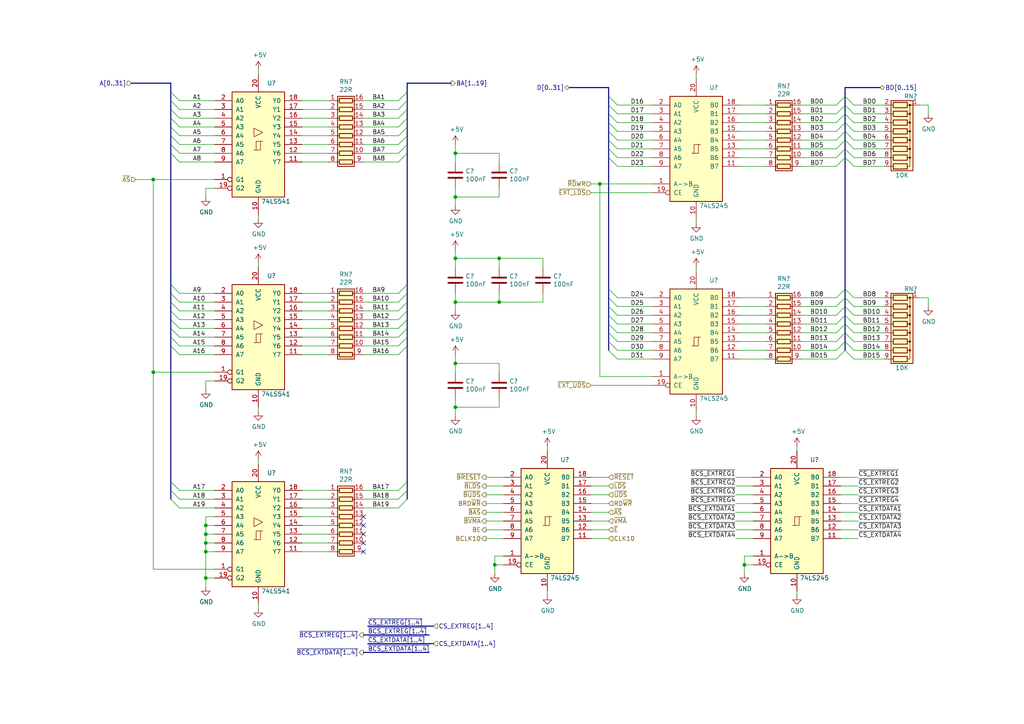
<source format=kicad_sch>
(kicad_sch (version 20211123) (generator eeschema)
  (paper "A4")
  (lib_symbols
    (symbol "74xx:74LS245" (pin_names (offset 1.016))
      (property "Reference" "U" (at -7.62 16.51 0))
      (property "Value" "74LS245" (at -7.62 -16.51 0))
      (symbol "74LS245_1_0"
        (polyline (pts (xy -0.635 -1.27) (xy -0.635 1.27) (xy 0.635 1.27)))
        (polyline (pts (xy -1.27 -1.27) (xy 0.635 -1.27) (xy 0.635 1.27) (xy 1.27 1.27)))
        (pin input line (at -12.7 -10.16 0) (length 5.08) (name "A->B") (number "1"))
        (pin power_in line (at 0 -20.32 90) (length 5.08) (name "GND") (number "10"))
        (pin tri_state line (at 12.7 -5.08 180) (length 5.08) (name "B7") (number "11"))
        (pin tri_state line (at 12.7 -2.54 180) (length 5.08) (name "B6") (number "12"))
        (pin tri_state line (at 12.7 0 180) (length 5.08) (name "B5") (number "13"))
        (pin tri_state line (at 12.7 2.54 180) (length 5.08) (name "B4") (number "14"))
        (pin tri_state line (at 12.7 5.08 180) (length 5.08) (name "B3") (number "15"))
        (pin tri_state line (at 12.7 7.62 180) (length 5.08) (name "B2") (number "16"))
        (pin tri_state line (at 12.7 10.16 180) (length 5.08) (name "B1") (number "17"))
        (pin tri_state line (at 12.7 12.7 180) (length 5.08) (name "B0") (number "18"))
        (pin input inverted (at -12.7 -12.7 0) (length 5.08) (name "CE") (number "19"))
        (pin tri_state line (at -12.7 12.7 0) (length 5.08) (name "A0") (number "2"))
        (pin power_in line (at 0 20.32 270) (length 5.08) (name "VCC") (number "20"))
        (pin tri_state line (at -12.7 10.16 0) (length 5.08) (name "A1") (number "3"))
        (pin tri_state line (at -12.7 7.62 0) (length 5.08) (name "A2") (number "4"))
        (pin tri_state line (at -12.7 5.08 0) (length 5.08) (name "A3") (number "5"))
        (pin tri_state line (at -12.7 2.54 0) (length 5.08) (name "A4") (number "6"))
        (pin tri_state line (at -12.7 0 0) (length 5.08) (name "A5") (number "7"))
        (pin tri_state line (at -12.7 -2.54 0) (length 5.08) (name "A6") (number "8"))
        (pin tri_state line (at -12.7 -5.08 0) (length 5.08) (name "A7") (number "9"))
      )
      (symbol "74LS245_1_1"
        (rectangle (start -7.62 15.24) (end 7.62 -15.24) (stroke (width 0.254)) (fill (type background)))
      )
    )
    (symbol "74xx:74LS541" (pin_names (offset 1.016))
      (property "Reference" "U" (at -7.62 16.51 0))
      (property "Value" "74LS541" (at -7.62 -16.51 0))
      (symbol "74LS541_1_0"
        (polyline (pts (xy -0.635 -1.6002) (xy -0.635 0.9398) (xy 0.635 0.9398)))
        (polyline (pts (xy -1.27 -1.6002) (xy 0.635 -1.6002) (xy 0.635 0.9398) (xy 1.27 0.9398)))
        (polyline (pts (xy 1.27 3.4798) (xy -1.27 4.7498) (xy -1.27 2.2098) (xy 1.27 3.4798)) (stroke (width 0.1524)))
        (pin input inverted (at -12.7 -10.16 0) (length 5.08) (name "G1") (number "1"))
        (pin power_in line (at 0 -20.32 90) (length 5.08) (name "GND") (number "10"))
        (pin tri_state line (at 12.7 -5.08 180) (length 5.08) (name "Y7") (number "11"))
        (pin tri_state line (at 12.7 -2.54 180) (length 5.08) (name "Y6") (number "12"))
        (pin tri_state line (at 12.7 0 180) (length 5.08) (name "Y5") (number "13"))
        (pin tri_state line (at 12.7 2.54 180) (length 5.08) (name "Y4") (number "14"))
        (pin tri_state line (at 12.7 5.08 180) (length 5.08) (name "Y3") (number "15"))
        (pin tri_state line (at 12.7 7.62 180) (length 5.08) (name "Y2") (number "16"))
        (pin tri_state line (at 12.7 10.16 180) (length 5.08) (name "Y1") (number "17"))
        (pin tri_state line (at 12.7 12.7 180) (length 5.08) (name "Y0") (number "18"))
        (pin input inverted (at -12.7 -12.7 0) (length 5.08) (name "G2") (number "19"))
        (pin input line (at -12.7 12.7 0) (length 5.08) (name "A0") (number "2"))
        (pin power_in line (at 0 20.32 270) (length 5.08) (name "VCC") (number "20"))
        (pin input line (at -12.7 10.16 0) (length 5.08) (name "A1") (number "3"))
        (pin input line (at -12.7 7.62 0) (length 5.08) (name "A2") (number "4"))
        (pin input line (at -12.7 5.08 0) (length 5.08) (name "A3") (number "5"))
        (pin input line (at -12.7 2.54 0) (length 5.08) (name "A4") (number "6"))
        (pin input line (at -12.7 0 0) (length 5.08) (name "A5") (number "7"))
        (pin input line (at -12.7 -2.54 0) (length 5.08) (name "A6") (number "8"))
        (pin input line (at -12.7 -5.08 0) (length 5.08) (name "A7") (number "9"))
      )
      (symbol "74LS541_1_1"
        (rectangle (start -7.62 15.24) (end 7.62 -15.24) (stroke (width 0.254)) (fill (type background)))
      )
    )
    (symbol "Device:C" (pin_numbers hide) (pin_names (offset 0.254))
      (property "Reference" "C" (at 0.635 2.54 0))
      (property "Value" "C" (at 0.635 -2.54 0))
      (symbol "C_0_1"
        (polyline (pts (xy -2.032 -0.762) (xy 2.032 -0.762)) (stroke (width 0.508)))
        (polyline (pts (xy -2.032 0.762) (xy 2.032 0.762)) (stroke (width 0.508)))
      )
      (symbol "C_1_1"
        (pin passive line (at 0 3.81 270) (length 2.794) (name "~") (number "1"))
        (pin passive line (at 0 -3.81 90) (length 2.794) (name "~") (number "2"))
      )
    )
    (symbol "Device:R_Network08" (pin_names (offset 0) hide)
      (property "Reference" "RN" (at -12.7 0 90))
      (property "Value" "R_Network08" (at 10.16 0 90))
      (symbol "R_Network08_0_1"
        (rectangle (start -11.43 -3.175) (end 8.89 3.175) (stroke (width 0.254)) (fill (type background)))
        (rectangle (start -10.922 1.524) (end -9.398 -2.54) (stroke (width 0.254)))
        (circle (center -10.16 2.286) (radius 0.254) (fill (type outline)))
        (rectangle (start -8.382 1.524) (end -6.858 -2.54) (stroke (width 0.254)))
        (circle (center -7.62 2.286) (radius 0.254) (fill (type outline)))
        (rectangle (start -5.842 1.524) (end -4.318 -2.54) (stroke (width 0.254)))
        (circle (center -5.08 2.286) (radius 0.254) (fill (type outline)))
        (rectangle (start -3.302 1.524) (end -1.778 -2.54) (stroke (width 0.254)))
        (circle (center -2.54 2.286) (radius 0.254) (fill (type outline)))
        (rectangle (start -0.762 1.524) (end 0.762 -2.54) (stroke (width 0.254)))
        (polyline (pts (xy -10.16 -2.54) (xy -10.16 -3.81)))
        (polyline (pts (xy -7.62 -2.54) (xy -7.62 -3.81)))
        (polyline (pts (xy -5.08 -2.54) (xy -5.08 -3.81)))
        (polyline (pts (xy -2.54 -2.54) (xy -2.54 -3.81)))
        (polyline (pts (xy 0 -2.54) (xy 0 -3.81)))
        (polyline (pts (xy 2.54 -2.54) (xy 2.54 -3.81)))
        (polyline (pts (xy 5.08 -2.54) (xy 5.08 -3.81)))
        (polyline (pts (xy 7.62 -2.54) (xy 7.62 -3.81)))
        (polyline (pts (xy -10.16 1.524) (xy -10.16 2.286) (xy -7.62 2.286) (xy -7.62 1.524)))
        (polyline (pts (xy -7.62 1.524) (xy -7.62 2.286) (xy -5.08 2.286) (xy -5.08 1.524)))
        (polyline (pts (xy -5.08 1.524) (xy -5.08 2.286) (xy -2.54 2.286) (xy -2.54 1.524)))
        (polyline (pts (xy -2.54 1.524) (xy -2.54 2.286) (xy 0 2.286) (xy 0 1.524)))
        (polyline (pts (xy 0 1.524) (xy 0 2.286) (xy 2.54 2.286) (xy 2.54 1.524)))
        (polyline (pts (xy 2.54 1.524) (xy 2.54 2.286) (xy 5.08 2.286) (xy 5.08 1.524)))
        (polyline (pts (xy 5.08 1.524) (xy 5.08 2.286) (xy 7.62 2.286) (xy 7.62 1.524)))
        (circle (center 0 2.286) (radius 0.254) (fill (type outline)))
        (rectangle (start 1.778 1.524) (end 3.302 -2.54) (stroke (width 0.254)))
        (circle (center 2.54 2.286) (radius 0.254) (fill (type outline)))
        (rectangle (start 4.318 1.524) (end 5.842 -2.54) (stroke (width 0.254)))
        (circle (center 5.08 2.286) (radius 0.254) (fill (type outline)))
        (rectangle (start 6.858 1.524) (end 8.382 -2.54) (stroke (width 0.254)))
      )
      (symbol "R_Network08_1_1"
        (pin passive line (at -10.16 5.08 270) (length 2.54) (name "common") (number "1"))
        (pin passive line (at -10.16 -5.08 90) (length 1.27) (name "R1") (number "2"))
        (pin passive line (at -7.62 -5.08 90) (length 1.27) (name "R2") (number "3"))
        (pin passive line (at -5.08 -5.08 90) (length 1.27) (name "R3") (number "4"))
        (pin passive line (at -2.54 -5.08 90) (length 1.27) (name "R4") (number "5"))
        (pin passive line (at 0 -5.08 90) (length 1.27) (name "R5") (number "6"))
        (pin passive line (at 2.54 -5.08 90) (length 1.27) (name "R6") (number "7"))
        (pin passive line (at 5.08 -5.08 90) (length 1.27) (name "R7") (number "8"))
        (pin passive line (at 7.62 -5.08 90) (length 1.27) (name "R8") (number "9"))
      )
    )
    (symbol "Device:R_Pack08" (pin_names (offset 0) hide)
      (property "Reference" "RN" (at -12.7 0 90))
      (property "Value" "R_Pack08" (at 10.16 0 90))
      (symbol "R_Pack08_0_1"
        (rectangle (start -11.43 -2.413) (end 8.89 2.413) (stroke (width 0.254)) (fill (type background)))
        (rectangle (start -10.795 1.905) (end -9.525 -1.905) (stroke (width 0.254)))
        (rectangle (start -8.255 1.905) (end -6.985 -1.905) (stroke (width 0.254)))
        (rectangle (start -5.715 1.905) (end -4.445 -1.905) (stroke (width 0.254)))
        (rectangle (start -3.175 1.905) (end -1.905 -1.905) (stroke (width 0.254)))
        (rectangle (start -0.635 1.905) (end 0.635 -1.905) (stroke (width 0.254)))
        (polyline (pts (xy -10.16 -2.54) (xy -10.16 -1.905)))
        (polyline (pts (xy -10.16 1.905) (xy -10.16 2.54)))
        (polyline (pts (xy -7.62 -2.54) (xy -7.62 -1.905)))
        (polyline (pts (xy -7.62 1.905) (xy -7.62 2.54)))
        (polyline (pts (xy -5.08 -2.54) (xy -5.08 -1.905)))
        (polyline (pts (xy -5.08 1.905) (xy -5.08 2.54)))
        (polyline (pts (xy -2.54 -2.54) (xy -2.54 -1.905)))
        (polyline (pts (xy -2.54 1.905) (xy -2.54 2.54)))
        (polyline (pts (xy 0 -2.54) (xy 0 -1.905)))
        (polyline (pts (xy 0 1.905) (xy 0 2.54)))
        (polyline (pts (xy 2.54 -2.54) (xy 2.54 -1.905)))
        (polyline (pts (xy 2.54 1.905) (xy 2.54 2.54)))
        (polyline (pts (xy 5.08 -2.54) (xy 5.08 -1.905)))
        (polyline (pts (xy 5.08 1.905) (xy 5.08 2.54)))
        (polyline (pts (xy 7.62 -2.54) (xy 7.62 -1.905)))
        (polyline (pts (xy 7.62 1.905) (xy 7.62 2.54)))
        (rectangle (start 1.905 1.905) (end 3.175 -1.905) (stroke (width 0.254)))
        (rectangle (start 4.445 1.905) (end 5.715 -1.905) (stroke (width 0.254)))
        (rectangle (start 6.985 1.905) (end 8.255 -1.905) (stroke (width 0.254)))
      )
      (symbol "R_Pack08_1_1"
        (pin passive line (at -10.16 -5.08 90) (length 2.54) (name "R1.1") (number "1"))
        (pin passive line (at 5.08 5.08 270) (length 2.54) (name "R7.2") (number "10"))
        (pin passive line (at 2.54 5.08 270) (length 2.54) (name "R6.2") (number "11"))
        (pin passive line (at 0 5.08 270) (length 2.54) (name "R5.2") (number "12"))
        (pin passive line (at -2.54 5.08 270) (length 2.54) (name "R4.2") (number "13"))
        (pin passive line (at -5.08 5.08 270) (length 2.54) (name "R3.2") (number "14"))
        (pin passive line (at -7.62 5.08 270) (length 2.54) (name "R2.2") (number "15"))
        (pin passive line (at -10.16 5.08 270) (length 2.54) (name "R1.2") (number "16"))
        (pin passive line (at -7.62 -5.08 90) (length 2.54) (name "R2.1") (number "2"))
        (pin passive line (at -5.08 -5.08 90) (length 2.54) (name "R3.1") (number "3"))
        (pin passive line (at -2.54 -5.08 90) (length 2.54) (name "R4.1") (number "4"))
        (pin passive line (at 0 -5.08 90) (length 2.54) (name "R5.1") (number "5"))
        (pin passive line (at 2.54 -5.08 90) (length 2.54) (name "R6.1") (number "6"))
        (pin passive line (at 5.08 -5.08 90) (length 2.54) (name "R7.1") (number "7"))
        (pin passive line (at 7.62 -5.08 90) (length 2.54) (name "R8.1") (number "8"))
        (pin passive line (at 7.62 5.08 270) (length 2.54) (name "R8.2") (number "9"))
      )
    )
    (symbol "power:+5V" (power) (pin_names (offset 0))
      (property "Value" "+5V" (at 0 3.556 0))
      (symbol "+5V_0_1"
        (polyline (pts (xy -0.762 1.27) (xy 0 2.54)))
        (polyline (pts (xy 0 0) (xy 0 2.54)))
        (polyline (pts (xy 0 2.54) (xy 0.762 1.27)))
      )
      (symbol "+5V_1_1"
        (pin power_in line (at 0 0 90) (length 0) hide (name "+5V") (number "1"))
      )
    )
    (symbol "power:GND" (power) (pin_names (offset 0))
      (property "Value" "GND" (at 0 -3.81 0))
      (symbol "GND_0_1"
        (polyline (pts (xy 0 0) (xy 0 -1.27) (xy 1.27 -1.27) (xy 0 -2.54) (xy -1.27 -1.27) (xy 0 -1.27)))
      )
      (symbol "GND_1_1"
        (pin power_in line (at 0 0 270) (length 0) hide (name "GND") (number "1"))
      )
    )
  )
  (junction (at 173.99 53.34))
  (junction (at 144.78 74.93))
  (junction (at 132.08 105.41))
  (junction (at 143.51 163.83))
  (junction (at 144.78 87.63))
  (junction (at 132.08 57.15))
  (junction (at 132.08 44.45))
  (junction (at 59.69 152.4))
  (junction (at 132.08 118.11))
  (junction (at 215.9 163.83))
  (junction (at 44.45 52.07))
  (junction (at 59.69 154.94))
  (junction (at 59.69 167.64))
  (junction (at 59.69 160.02))
  (junction (at 59.69 157.48))
  (junction (at 44.45 107.95))
  (junction (at 132.08 87.63))
  (junction (at 132.08 74.93))
  (no_connect (at 105.41 154.94))
  (no_connect (at 105.41 149.86))
  (no_connect (at 105.41 160.02))
  (no_connect (at 105.41 157.48))
  (no_connect (at 105.41 152.4))
  (bus_entry (at 49.53 87.63) (size 2.54 2.54))
  (bus_entry (at 115.57 100.33) (size 2.54 -2.54))
  (bus_entry (at 242.57 38.1) (size 2.54 -2.54))
  (bus_entry (at 49.53 144.78) (size 2.54 2.54))
  (bus_entry (at 242.57 96.52) (size 2.54 -2.54))
  (bus_entry (at 49.53 26.67) (size 2.54 2.54))
  (bus_entry (at 242.57 35.56) (size 2.54 -2.54))
  (bus_entry (at 245.11 83.82) (size 2.54 2.54))
  (bus_entry (at 49.53 97.79) (size 2.54 2.54))
  (bus_entry (at 115.57 46.99) (size 2.54 -2.54))
  (bus_entry (at 245.11 86.36) (size 2.54 2.54))
  (bus_entry (at 176.53 38.1) (size 2.54 2.54))
  (bus_entry (at 245.11 91.44) (size 2.54 2.54))
  (bus_entry (at 176.53 93.98) (size 2.54 2.54))
  (bus_entry (at 49.53 95.25) (size 2.54 2.54))
  (bus_entry (at 245.11 27.94) (size 2.54 2.54))
  (bus_entry (at 176.53 30.48) (size 2.54 2.54))
  (bus_entry (at 115.57 34.29) (size 2.54 -2.54))
  (bus_entry (at 242.57 33.02) (size 2.54 -2.54))
  (bus_entry (at 49.53 142.24) (size 2.54 2.54))
  (bus_entry (at 242.57 101.6) (size 2.54 -2.54))
  (bus_entry (at 242.57 45.72) (size 2.54 -2.54))
  (bus_entry (at 176.53 45.72) (size 2.54 2.54))
  (bus_entry (at 242.57 104.14) (size 2.54 -2.54))
  (bus_entry (at 245.11 101.6) (size 2.54 2.54))
  (bus_entry (at 176.53 96.52) (size 2.54 2.54))
  (bus_entry (at 49.53 100.33) (size 2.54 2.54))
  (bus_entry (at 49.53 36.83) (size 2.54 2.54))
  (bus_entry (at 245.11 40.64) (size 2.54 2.54))
  (bus_entry (at 245.11 30.48) (size 2.54 2.54))
  (bus_entry (at 49.53 41.91) (size 2.54 2.54))
  (bus_entry (at 176.53 27.94) (size 2.54 2.54))
  (bus_entry (at 115.57 29.21) (size 2.54 -2.54))
  (bus_entry (at 242.57 88.9) (size 2.54 -2.54))
  (bus_entry (at 176.53 33.02) (size 2.54 2.54))
  (bus_entry (at 245.11 96.52) (size 2.54 2.54))
  (bus_entry (at 115.57 90.17) (size 2.54 -2.54))
  (bus_entry (at 176.53 35.56) (size 2.54 2.54))
  (bus_entry (at 115.57 44.45) (size 2.54 -2.54))
  (bus_entry (at 242.57 91.44) (size 2.54 -2.54))
  (bus_entry (at 49.53 139.7) (size 2.54 2.54))
  (bus_entry (at 49.53 44.45) (size 2.54 2.54))
  (bus_entry (at 115.57 147.32) (size 2.54 -2.54))
  (bus_entry (at 49.53 82.55) (size 2.54 2.54))
  (bus_entry (at 176.53 88.9) (size 2.54 2.54))
  (bus_entry (at 115.57 92.71) (size 2.54 -2.54))
  (bus_entry (at 242.57 43.18) (size 2.54 -2.54))
  (bus_entry (at 242.57 86.36) (size 2.54 -2.54))
  (bus_entry (at 176.53 40.64) (size 2.54 2.54))
  (bus_entry (at 242.57 99.06) (size 2.54 -2.54))
  (bus_entry (at 176.53 99.06) (size 2.54 2.54))
  (bus_entry (at 176.53 91.44) (size 2.54 2.54))
  (bus_entry (at 245.11 35.56) (size 2.54 2.54))
  (bus_entry (at 245.11 33.02) (size 2.54 2.54))
  (bus_entry (at 176.53 43.18) (size 2.54 2.54))
  (bus_entry (at 245.11 88.9) (size 2.54 2.54))
  (bus_entry (at 115.57 41.91) (size 2.54 -2.54))
  (bus_entry (at 245.11 43.18) (size 2.54 2.54))
  (bus_entry (at 245.11 38.1) (size 2.54 2.54))
  (bus_entry (at 176.53 101.6) (size 2.54 2.54))
  (bus_entry (at 242.57 48.26) (size 2.54 -2.54))
  (bus_entry (at 115.57 31.75) (size 2.54 -2.54))
  (bus_entry (at 49.53 39.37) (size 2.54 2.54))
  (bus_entry (at 242.57 93.98) (size 2.54 -2.54))
  (bus_entry (at 49.53 85.09) (size 2.54 2.54))
  (bus_entry (at 49.53 29.21) (size 2.54 2.54))
  (bus_entry (at 245.11 99.06) (size 2.54 2.54))
  (bus_entry (at 115.57 95.25) (size 2.54 -2.54))
  (bus_entry (at 49.53 34.29) (size 2.54 2.54))
  (bus_entry (at 49.53 31.75) (size 2.54 2.54))
  (bus_entry (at 115.57 142.24) (size 2.54 -2.54))
  (bus_entry (at 115.57 102.87) (size 2.54 -2.54))
  (bus_entry (at 245.11 45.72) (size 2.54 2.54))
  (bus_entry (at 176.53 86.36) (size 2.54 2.54))
  (bus_entry (at 115.57 39.37) (size 2.54 -2.54))
  (bus_entry (at 242.57 30.48) (size 2.54 -2.54))
  (bus_entry (at 242.57 40.64) (size 2.54 -2.54))
  (bus_entry (at 49.53 92.71) (size 2.54 2.54))
  (bus_entry (at 115.57 87.63) (size 2.54 -2.54))
  (bus_entry (at 115.57 144.78) (size 2.54 -2.54))
  (bus_entry (at 115.57 85.09) (size 2.54 -2.54))
  (bus_entry (at 245.11 93.98) (size 2.54 2.54))
  (bus_entry (at 115.57 36.83) (size 2.54 -2.54))
  (bus_entry (at 115.57 97.79) (size 2.54 -2.54))
  (bus_entry (at 49.53 90.17) (size 2.54 2.54))
  (bus_entry (at 176.53 83.82) (size 2.54 2.54))
  (wire (pts (xy 214.63 30.48) (xy 222.25 30.48)))
  (wire (pts (xy 214.63 99.06) (xy 222.25 99.06)))
  (wire (pts (xy 171.45 55.88) (xy 189.23 55.88)))
  (wire (pts (xy 132.08 46.99) (xy 132.08 44.45)))
  (wire (pts (xy 144.78 118.11) (xy 144.78 115.57)))
  (wire (pts (xy 62.23 160.02) (xy 59.69 160.02)))
  (wire (pts (xy 179.07 48.26) (xy 189.23 48.26)))
  (bus (pts (xy 49.53 34.29) (xy 49.53 36.83)))
  (bus (pts (xy 245.11 30.48) (xy 245.11 33.02)))
  (bus (pts (xy 176.53 96.52) (xy 176.53 99.06)))
  (wire (pts (xy 44.45 107.95) (xy 44.45 165.1)))
  (wire (pts (xy 214.63 101.6) (xy 222.25 101.6)))
  (bus (pts (xy 49.53 142.24) (xy 49.53 144.78)))
  (wire (pts (xy 132.08 107.95) (xy 132.08 105.41)))
  (bus (pts (xy 118.11 29.21) (xy 118.11 31.75)))
  (wire (pts (xy 87.63 160.02) (xy 95.25 160.02)))
  (wire (pts (xy 232.41 33.02) (xy 242.57 33.02)))
  (bus (pts (xy 245.11 40.64) (xy 245.11 43.18)))
  (wire (pts (xy 247.65 48.26) (xy 256.54 48.26)))
  (wire (pts (xy 144.78 105.41) (xy 144.78 107.95)))
  (wire (pts (xy 247.65 33.02) (xy 256.54 33.02)))
  (bus (pts (xy 245.11 88.9) (xy 245.11 91.44)))
  (wire (pts (xy 62.23 157.48) (xy 59.69 157.48)))
  (wire (pts (xy 87.63 44.45) (xy 95.25 44.45)))
  (bus (pts (xy 49.53 36.83) (xy 49.53 39.37)))
  (wire (pts (xy 87.63 39.37) (xy 95.25 39.37)))
  (bus (pts (xy 245.11 91.44) (xy 245.11 93.98)))
  (wire (pts (xy 105.41 34.29) (xy 115.57 34.29)))
  (wire (pts (xy 105.41 95.25) (xy 115.57 95.25)))
  (wire (pts (xy 232.41 101.6) (xy 242.57 101.6)))
  (wire (pts (xy 59.69 154.94) (xy 59.69 157.48)))
  (wire (pts (xy 144.78 74.93) (xy 157.48 74.93)))
  (wire (pts (xy 59.69 160.02) (xy 59.69 167.64)))
  (bus (pts (xy 176.53 45.72) (xy 176.53 83.82)))
  (wire (pts (xy 146.05 138.43) (xy 140.97 138.43)))
  (wire (pts (xy 105.41 36.83) (xy 115.57 36.83)))
  (wire (pts (xy 201.93 77.47) (xy 201.93 78.74)))
  (bus (pts (xy 245.11 86.36) (xy 245.11 88.9)))
  (wire (pts (xy 214.63 45.72) (xy 222.25 45.72)))
  (wire (pts (xy 179.07 91.44) (xy 189.23 91.44)))
  (wire (pts (xy 218.44 146.05) (xy 213.36 146.05)))
  (wire (pts (xy 179.07 33.02) (xy 189.23 33.02)))
  (wire (pts (xy 157.48 85.09) (xy 157.48 87.63)))
  (wire (pts (xy 232.41 35.56) (xy 242.57 35.56)))
  (wire (pts (xy 214.63 104.14) (xy 222.25 104.14)))
  (wire (pts (xy 105.41 41.91) (xy 115.57 41.91)))
  (bus (pts (xy 245.11 96.52) (xy 245.11 99.06)))
  (bus (pts (xy 176.53 86.36) (xy 176.53 88.9)))
  (wire (pts (xy 146.05 140.97) (xy 140.97 140.97)))
  (bus (pts (xy 49.53 87.63) (xy 49.53 90.17)))
  (wire (pts (xy 87.63 154.94) (xy 95.25 154.94)))
  (wire (pts (xy 105.41 142.24) (xy 115.57 142.24)))
  (bus (pts (xy 245.11 43.18) (xy 245.11 45.72)))
  (wire (pts (xy 52.07 102.87) (xy 62.23 102.87)))
  (wire (pts (xy 132.08 74.93) (xy 132.08 72.39)))
  (wire (pts (xy 146.05 163.83) (xy 143.51 163.83)))
  (wire (pts (xy 171.45 140.97) (xy 176.53 140.97)))
  (wire (pts (xy 179.07 30.48) (xy 189.23 30.48)))
  (wire (pts (xy 215.9 163.83) (xy 215.9 166.37)))
  (wire (pts (xy 132.08 44.45) (xy 132.08 41.91)))
  (wire (pts (xy 179.07 45.72) (xy 189.23 45.72)))
  (bus (pts (xy 245.11 83.82) (xy 245.11 86.36)))
  (wire (pts (xy 232.41 88.9) (xy 242.57 88.9)))
  (wire (pts (xy 44.45 165.1) (xy 62.23 165.1)))
  (wire (pts (xy 214.63 88.9) (xy 222.25 88.9)))
  (wire (pts (xy 59.69 167.64) (xy 59.69 170.18)))
  (wire (pts (xy 214.63 33.02) (xy 222.25 33.02)))
  (wire (pts (xy 247.65 86.36) (xy 256.54 86.36)))
  (bus (pts (xy 118.11 100.33) (xy 118.11 139.7)))
  (wire (pts (xy 232.41 91.44) (xy 242.57 91.44)))
  (wire (pts (xy 87.63 34.29) (xy 95.25 34.29)))
  (wire (pts (xy 243.84 138.43) (xy 248.92 138.43)))
  (bus (pts (xy 49.53 44.45) (xy 49.53 82.55)))
  (bus (pts (xy 245.11 93.98) (xy 245.11 96.52)))
  (wire (pts (xy 105.41 92.71) (xy 115.57 92.71)))
  (wire (pts (xy 132.08 57.15) (xy 144.78 57.15)))
  (wire (pts (xy 62.23 52.07) (xy 44.45 52.07)))
  (wire (pts (xy 247.65 40.64) (xy 256.54 40.64)))
  (wire (pts (xy 132.08 57.15) (xy 132.08 54.61)))
  (wire (pts (xy 218.44 156.21) (xy 213.36 156.21)))
  (wire (pts (xy 218.44 153.67) (xy 213.36 153.67)))
  (wire (pts (xy 146.05 143.51) (xy 140.97 143.51)))
  (wire (pts (xy 243.84 143.51) (xy 248.92 143.51)))
  (wire (pts (xy 52.07 95.25) (xy 62.23 95.25)))
  (wire (pts (xy 74.93 134.62) (xy 74.93 133.35)))
  (wire (pts (xy 59.69 152.4) (xy 59.69 154.94)))
  (wire (pts (xy 232.41 38.1) (xy 242.57 38.1)))
  (bus (pts (xy 118.11 82.55) (xy 118.11 85.09)))
  (wire (pts (xy 231.14 129.54) (xy 231.14 130.81)))
  (wire (pts (xy 171.45 151.13) (xy 176.53 151.13)))
  (wire (pts (xy 215.9 161.29) (xy 215.9 163.83)))
  (wire (pts (xy 179.07 104.14) (xy 189.23 104.14)))
  (wire (pts (xy 214.63 40.64) (xy 222.25 40.64)))
  (wire (pts (xy 144.78 44.45) (xy 144.78 46.99)))
  (wire (pts (xy 171.45 138.43) (xy 176.53 138.43)))
  (wire (pts (xy 247.65 88.9) (xy 256.54 88.9)))
  (wire (pts (xy 214.63 38.1) (xy 222.25 38.1)))
  (bus (pts (xy 49.53 41.91) (xy 49.53 44.45)))
  (wire (pts (xy 62.23 154.94) (xy 59.69 154.94)))
  (wire (pts (xy 243.84 153.67) (xy 248.92 153.67)))
  (wire (pts (xy 105.41 29.21) (xy 115.57 29.21)))
  (wire (pts (xy 87.63 147.32) (xy 95.25 147.32)))
  (wire (pts (xy 232.41 99.06) (xy 242.57 99.06)))
  (wire (pts (xy 52.07 90.17) (xy 62.23 90.17)))
  (wire (pts (xy 132.08 118.11) (xy 144.78 118.11)))
  (wire (pts (xy 87.63 90.17) (xy 95.25 90.17)))
  (wire (pts (xy 144.78 74.93) (xy 144.78 77.47)))
  (wire (pts (xy 132.08 118.11) (xy 132.08 115.57)))
  (bus (pts (xy 176.53 25.4) (xy 176.53 27.94)))
  (wire (pts (xy 243.84 146.05) (xy 248.92 146.05)))
  (wire (pts (xy 179.07 93.98) (xy 189.23 93.98)))
  (wire (pts (xy 232.41 45.72) (xy 242.57 45.72)))
  (wire (pts (xy 218.44 163.83) (xy 215.9 163.83)))
  (bus (pts (xy 118.11 31.75) (xy 118.11 34.29)))
  (wire (pts (xy 52.07 31.75) (xy 62.23 31.75)))
  (wire (pts (xy 144.78 57.15) (xy 144.78 54.61)))
  (bus (pts (xy 176.53 91.44) (xy 176.53 93.98)))
  (bus (pts (xy 176.53 40.64) (xy 176.53 43.18)))
  (wire (pts (xy 179.07 96.52) (xy 189.23 96.52)))
  (wire (pts (xy 74.93 77.47) (xy 74.93 76.2)))
  (wire (pts (xy 214.63 35.56) (xy 222.25 35.56)))
  (wire (pts (xy 266.7 86.36) (xy 269.24 86.36)))
  (wire (pts (xy 146.05 156.21) (xy 140.97 156.21)))
  (bus (pts (xy 176.53 99.06) (xy 176.53 101.6)))
  (wire (pts (xy 243.84 140.97) (xy 248.92 140.97)))
  (wire (pts (xy 105.41 90.17) (xy 115.57 90.17)))
  (wire (pts (xy 218.44 143.51) (xy 213.36 143.51)))
  (wire (pts (xy 179.07 86.36) (xy 189.23 86.36)))
  (bus (pts (xy 118.11 39.37) (xy 118.11 41.91)))
  (wire (pts (xy 132.08 59.69) (xy 132.08 57.15)))
  (bus (pts (xy 118.11 85.09) (xy 118.11 87.63)))
  (wire (pts (xy 132.08 105.41) (xy 132.08 102.87)))
  (bus (pts (xy 118.11 95.25) (xy 118.11 97.79)))
  (wire (pts (xy 52.07 87.63) (xy 62.23 87.63)))
  (wire (pts (xy 218.44 148.59) (xy 213.36 148.59)))
  (wire (pts (xy 247.65 101.6) (xy 256.54 101.6)))
  (wire (pts (xy 232.41 86.36) (xy 242.57 86.36)))
  (wire (pts (xy 179.07 40.64) (xy 189.23 40.64)))
  (wire (pts (xy 44.45 52.07) (xy 39.37 52.07)))
  (wire (pts (xy 87.63 144.78) (xy 95.25 144.78)))
  (wire (pts (xy 247.65 99.06) (xy 256.54 99.06)))
  (wire (pts (xy 87.63 95.25) (xy 95.25 95.25)))
  (wire (pts (xy 266.7 30.48) (xy 269.24 30.48)))
  (bus (pts (xy 118.11 34.29) (xy 118.11 36.83)))
  (bus (pts (xy 245.11 25.4) (xy 255.27 25.4)))
  (wire (pts (xy 214.63 48.26) (xy 222.25 48.26)))
  (wire (pts (xy 232.41 30.48) (xy 242.57 30.48)))
  (wire (pts (xy 171.45 156.21) (xy 176.53 156.21)))
  (wire (pts (xy 143.51 161.29) (xy 143.51 163.83)))
  (wire (pts (xy 247.65 104.14) (xy 256.54 104.14)))
  (wire (pts (xy 132.08 105.41) (xy 144.78 105.41)))
  (wire (pts (xy 52.07 85.09) (xy 62.23 85.09)))
  (wire (pts (xy 247.65 93.98) (xy 256.54 93.98)))
  (wire (pts (xy 105.41 102.87) (xy 115.57 102.87)))
  (bus (pts (xy 49.53 39.37) (xy 49.53 41.91)))
  (wire (pts (xy 269.24 86.36) (xy 269.24 88.9)))
  (wire (pts (xy 52.07 92.71) (xy 62.23 92.71)))
  (wire (pts (xy 87.63 102.87) (xy 95.25 102.87)))
  (wire (pts (xy 179.07 35.56) (xy 189.23 35.56)))
  (bus (pts (xy 105.41 184.15) (xy 124.46 184.15)))
  (wire (pts (xy 62.23 144.78) (xy 52.07 144.78)))
  (wire (pts (xy 218.44 151.13) (xy 213.36 151.13)))
  (wire (pts (xy 87.63 100.33) (xy 95.25 100.33)))
  (wire (pts (xy 62.23 54.61) (xy 59.69 54.61)))
  (wire (pts (xy 214.63 93.98) (xy 222.25 93.98)))
  (bus (pts (xy 118.11 90.17) (xy 118.11 92.71)))
  (wire (pts (xy 74.93 175.26) (xy 74.93 176.53)))
  (wire (pts (xy 52.07 39.37) (xy 62.23 39.37)))
  (bus (pts (xy 176.53 38.1) (xy 176.53 40.64)))
  (wire (pts (xy 132.08 77.47) (xy 132.08 74.93)))
  (wire (pts (xy 87.63 41.91) (xy 95.25 41.91)))
  (wire (pts (xy 176.53 153.67) (xy 171.45 153.67)))
  (bus (pts (xy 118.11 92.71) (xy 118.11 95.25)))
  (bus (pts (xy 245.11 35.56) (xy 245.11 38.1)))
  (bus (pts (xy 118.11 36.83) (xy 118.11 39.37)))
  (bus (pts (xy 118.11 24.13) (xy 130.81 24.13)))
  (wire (pts (xy 59.69 157.48) (xy 59.69 160.02)))
  (bus (pts (xy 176.53 35.56) (xy 176.53 38.1)))
  (wire (pts (xy 247.65 30.48) (xy 256.54 30.48)))
  (bus (pts (xy 118.11 142.24) (xy 118.11 144.78)))
  (wire (pts (xy 157.48 87.63) (xy 144.78 87.63)))
  (wire (pts (xy 171.45 146.05) (xy 176.53 146.05)))
  (bus (pts (xy 118.11 41.91) (xy 118.11 44.45)))
  (wire (pts (xy 144.78 87.63) (xy 144.78 85.09)))
  (wire (pts (xy 218.44 138.43) (xy 213.36 138.43)))
  (bus (pts (xy 49.53 100.33) (xy 49.53 139.7)))
  (wire (pts (xy 105.41 85.09) (xy 115.57 85.09)))
  (wire (pts (xy 74.93 62.23) (xy 74.93 63.5)))
  (wire (pts (xy 59.69 110.49) (xy 59.69 113.03)))
  (bus (pts (xy 245.11 27.94) (xy 245.11 30.48)))
  (wire (pts (xy 105.41 100.33) (xy 115.57 100.33)))
  (wire (pts (xy 146.05 148.59) (xy 140.97 148.59)))
  (wire (pts (xy 214.63 96.52) (xy 222.25 96.52)))
  (wire (pts (xy 105.41 147.32) (xy 115.57 147.32)))
  (bus (pts (xy 49.53 85.09) (xy 49.53 87.63)))
  (bus (pts (xy 49.53 139.7) (xy 49.53 142.24)))
  (wire (pts (xy 105.41 97.79) (xy 115.57 97.79)))
  (wire (pts (xy 59.69 54.61) (xy 59.69 57.15)))
  (wire (pts (xy 132.08 44.45) (xy 144.78 44.45)))
  (bus (pts (xy 176.53 83.82) (xy 176.53 86.36)))
  (bus (pts (xy 176.53 25.4) (xy 165.1 25.4)))
  (wire (pts (xy 52.07 44.45) (xy 62.23 44.45)))
  (wire (pts (xy 132.08 74.93) (xy 144.78 74.93)))
  (wire (pts (xy 146.05 151.13) (xy 140.97 151.13)))
  (wire (pts (xy 243.84 148.59) (xy 248.92 148.59)))
  (bus (pts (xy 176.53 93.98) (xy 176.53 96.52)))
  (bus (pts (xy 176.53 33.02) (xy 176.53 35.56)))
  (wire (pts (xy 44.45 52.07) (xy 44.45 107.95)))
  (wire (pts (xy 87.63 36.83) (xy 95.25 36.83)))
  (wire (pts (xy 52.07 46.99) (xy 62.23 46.99)))
  (bus (pts (xy 118.11 139.7) (xy 118.11 142.24)))
  (wire (pts (xy 157.48 74.93) (xy 157.48 77.47)))
  (wire (pts (xy 52.07 147.32) (xy 62.23 147.32)))
  (wire (pts (xy 201.93 63.5) (xy 201.93 64.77)))
  (wire (pts (xy 105.41 31.75) (xy 115.57 31.75)))
  (wire (pts (xy 231.14 171.45) (xy 231.14 172.72)))
  (wire (pts (xy 52.07 142.24) (xy 62.23 142.24)))
  (bus (pts (xy 118.11 24.13) (xy 118.11 26.67)))
  (bus (pts (xy 245.11 45.72) (xy 245.11 83.82)))
  (wire (pts (xy 143.51 163.83) (xy 143.51 166.37)))
  (wire (pts (xy 62.23 110.49) (xy 59.69 110.49)))
  (wire (pts (xy 87.63 142.24) (xy 95.25 142.24)))
  (wire (pts (xy 189.23 53.34) (xy 173.99 53.34)))
  (wire (pts (xy 171.45 143.51) (xy 176.53 143.51)))
  (bus (pts (xy 49.53 82.55) (xy 49.53 85.09)))
  (bus (pts (xy 49.53 31.75) (xy 49.53 34.29)))
  (wire (pts (xy 218.44 161.29) (xy 215.9 161.29)))
  (wire (pts (xy 74.93 118.11) (xy 74.93 119.38)))
  (wire (pts (xy 171.45 148.59) (xy 176.53 148.59)))
  (bus (pts (xy 245.11 25.4) (xy 245.11 27.94)))
  (wire (pts (xy 132.08 90.17) (xy 132.08 87.63)))
  (wire (pts (xy 52.07 29.21) (xy 62.23 29.21)))
  (wire (pts (xy 243.84 156.21) (xy 248.92 156.21)))
  (wire (pts (xy 247.65 43.18) (xy 256.54 43.18)))
  (wire (pts (xy 52.07 34.29) (xy 62.23 34.29)))
  (bus (pts (xy 245.11 99.06) (xy 245.11 101.6)))
  (wire (pts (xy 179.07 99.06) (xy 189.23 99.06)))
  (bus (pts (xy 49.53 92.71) (xy 49.53 95.25)))
  (bus (pts (xy 49.53 24.13) (xy 49.53 26.67)))
  (wire (pts (xy 214.63 43.18) (xy 222.25 43.18)))
  (wire (pts (xy 87.63 157.48) (xy 95.25 157.48)))
  (bus (pts (xy 176.53 27.94) (xy 176.53 30.48)))
  (wire (pts (xy 179.07 101.6) (xy 189.23 101.6)))
  (wire (pts (xy 232.41 40.64) (xy 242.57 40.64)))
  (wire (pts (xy 87.63 31.75) (xy 95.25 31.75)))
  (bus (pts (xy 49.53 29.21) (xy 49.53 31.75)))
  (wire (pts (xy 87.63 97.79) (xy 95.25 97.79)))
  (wire (pts (xy 173.99 109.22) (xy 189.23 109.22)))
  (wire (pts (xy 232.41 96.52) (xy 242.57 96.52)))
  (wire (pts (xy 189.23 111.76) (xy 171.45 111.76)))
  (wire (pts (xy 52.07 100.33) (xy 62.23 100.33)))
  (wire (pts (xy 87.63 46.99) (xy 95.25 46.99)))
  (wire (pts (xy 105.41 144.78) (xy 115.57 144.78)))
  (wire (pts (xy 87.63 29.21) (xy 95.25 29.21)))
  (wire (pts (xy 52.07 36.83) (xy 62.23 36.83)))
  (wire (pts (xy 146.05 161.29) (xy 143.51 161.29)))
  (bus (pts (xy 125.73 181.61) (xy 106.68 181.61)))
  (wire (pts (xy 214.63 86.36) (xy 222.25 86.36)))
  (wire (pts (xy 214.63 91.44) (xy 222.25 91.44)))
  (wire (pts (xy 62.23 107.95) (xy 44.45 107.95)))
  (wire (pts (xy 87.63 149.86) (xy 95.25 149.86)))
  (wire (pts (xy 173.99 53.34) (xy 171.45 53.34)))
  (wire (pts (xy 105.41 46.99) (xy 115.57 46.99)))
  (wire (pts (xy 232.41 48.26) (xy 242.57 48.26)))
  (bus (pts (xy 245.11 38.1) (xy 245.11 40.64)))
  (wire (pts (xy 179.07 38.1) (xy 189.23 38.1)))
  (wire (pts (xy 201.93 21.59) (xy 201.93 22.86)))
  (bus (pts (xy 176.53 88.9) (xy 176.53 91.44)))
  (wire (pts (xy 105.41 39.37) (xy 115.57 39.37)))
  (wire (pts (xy 232.41 93.98) (xy 242.57 93.98)))
  (bus (pts (xy 176.53 43.18) (xy 176.53 45.72)))
  (wire (pts (xy 247.65 38.1) (xy 256.54 38.1)))
  (wire (pts (xy 105.41 87.63) (xy 115.57 87.63)))
  (wire (pts (xy 87.63 87.63) (xy 95.25 87.63)))
  (wire (pts (xy 62.23 149.86) (xy 59.69 149.86)))
  (bus (pts (xy 118.11 97.79) (xy 118.11 100.33)))
  (wire (pts (xy 87.63 152.4) (xy 95.25 152.4)))
  (wire (pts (xy 179.07 43.18) (xy 189.23 43.18)))
  (wire (pts (xy 243.84 151.13) (xy 248.92 151.13)))
  (wire (pts (xy 158.75 129.54) (xy 158.75 130.81)))
  (wire (pts (xy 52.07 97.79) (xy 62.23 97.79)))
  (wire (pts (xy 201.93 119.38) (xy 201.93 120.65)))
  (wire (pts (xy 105.41 44.45) (xy 115.57 44.45)))
  (bus (pts (xy 245.11 33.02) (xy 245.11 35.56)))
  (wire (pts (xy 247.65 91.44) (xy 256.54 91.44)))
  (wire (pts (xy 232.41 43.18) (xy 242.57 43.18)))
  (bus (pts (xy 118.11 44.45) (xy 118.11 82.55)))
  (wire (pts (xy 158.75 171.45) (xy 158.75 172.72)))
  (wire (pts (xy 132.08 87.63) (xy 132.08 85.09)))
  (wire (pts (xy 87.63 85.09) (xy 95.25 85.09)))
  (wire (pts (xy 146.05 146.05) (xy 140.97 146.05)))
  (wire (pts (xy 52.07 41.91) (xy 62.23 41.91)))
  (wire (pts (xy 247.65 45.72) (xy 256.54 45.72)))
  (bus (pts (xy 106.68 186.69) (xy 125.73 186.69)))
  (wire (pts (xy 132.08 87.63) (xy 144.78 87.63)))
  (bus (pts (xy 49.53 97.79) (xy 49.53 100.33)))
  (wire (pts (xy 132.08 120.65) (xy 132.08 118.11)))
  (bus (pts (xy 118.11 87.63) (xy 118.11 90.17)))
  (bus (pts (xy 105.41 189.23) (xy 124.46 189.23)))
  (wire (pts (xy 269.24 30.48) (xy 269.24 33.02)))
  (bus (pts (xy 49.53 90.17) (xy 49.53 92.71)))
  (bus (pts (xy 176.53 30.48) (xy 176.53 33.02)))
  (wire (pts (xy 247.65 96.52) (xy 256.54 96.52)))
  (wire (pts (xy 59.69 149.86) (xy 59.69 152.4)))
  (wire (pts (xy 87.63 92.71) (xy 95.25 92.71)))
  (wire (pts (xy 173.99 53.34) (xy 173.99 109.22)))
  (wire (pts (xy 179.07 88.9) (xy 189.23 88.9)))
  (wire (pts (xy 62.23 167.64) (xy 59.69 167.64)))
  (bus (pts (xy 118.11 26.67) (xy 118.11 29.21)))
  (wire (pts (xy 232.41 104.14) (xy 242.57 104.14)))
  (bus (pts (xy 49.53 24.13) (xy 38.1 24.13)))
  (bus (pts (xy 49.53 26.67) (xy 49.53 29.21)))
  (bus (pts (xy 49.53 95.25) (xy 49.53 97.79)))
  (wire (pts (xy 74.93 21.59) (xy 74.93 20.32)))
  (wire (pts (xy 62.23 152.4) (xy 59.69 152.4)))
  (wire (pts (xy 247.65 35.56) (xy 256.54 35.56)))
  (wire (pts (xy 140.97 153.67) (xy 146.05 153.67)))
  (wire (pts (xy 218.44 140.97) (xy 213.36 140.97)))
  (label "A6" (at 55.88 41.91 0))
  (label "A7" (at 55.88 44.45 0))
  (label "BA4" (at 107.95 36.83 0))
  (label "BA14" (at 107.95 97.79 0))
  (label "BA15" (at 107.95 100.33 0))
  (label "BA9" (at 107.95 85.09 0))
  (label "BD6" (at 234.95 45.72 0))
  (label "BA17" (at 107.95 142.24 0))
  (label "BA7" (at 107.95 44.45 0))
  (label "BA16" (at 107.95 102.87 0))
  (label "~{CS_EXTDATA[1..4]}" (at 106.68 186.69 0))
  (label "~{BCS_EXTREG3}" (at 213.36 143.51 180))
  (label "BA8" (at 107.95 46.99 0))
  (label "BA12" (at 107.95 92.71 0))
  (label "BD4" (at 250.19 40.64 0))
  (label "D27" (at 182.88 93.98 0))
  (label "BD7" (at 234.95 48.26 0))
  (label "D16" (at 182.88 30.48 0))
  (label "BD5" (at 250.19 43.18 0))
  (label "~{BCS_EXTDATA4}" (at 213.36 156.21 180))
  (label "BA5" (at 107.95 39.37 0))
  (label "BD9" (at 234.95 88.9 0))
  (label "BA3" (at 107.95 34.29 0))
  (label "A18" (at 55.88 144.78 0))
  (label "BA13" (at 107.95 95.25 0))
  (label "BD11" (at 234.95 93.98 0))
  (label "BD15" (at 250.19 104.14 0))
  (label "BD3" (at 250.19 38.1 0))
  (label "D19" (at 182.88 38.1 0))
  (label "BD15" (at 234.95 104.14 0))
  (label "BD8" (at 234.95 86.36 0))
  (label "~{CS_EXTREG4}" (at 248.92 146.05 0))
  (label "BD13" (at 234.95 99.06 0))
  (label "A13" (at 55.88 95.25 0))
  (label "A17" (at 55.88 142.24 0))
  (label "BA6" (at 107.95 41.91 0))
  (label "~{BCS_EXTREG1}" (at 213.36 138.43 180))
  (label "~{BCS_EXTDATA3}" (at 213.36 153.67 180))
  (label "~{BCS_EXTDATA1}" (at 213.36 148.59 180))
  (label "D28" (at 182.88 96.52 0))
  (label "D31" (at 182.88 104.14 0))
  (label "BD12" (at 234.95 96.52 0))
  (label "A5" (at 55.88 39.37 0))
  (label "D17" (at 182.88 33.02 0))
  (label "BD1" (at 234.95 33.02 0))
  (label "BD14" (at 234.95 101.6 0))
  (label "BA11" (at 107.95 90.17 0))
  (label "A9" (at 55.88 85.09 0))
  (label "~{CS_EXTREG1}" (at 248.92 138.43 0))
  (label "D24" (at 182.88 86.36 0))
  (label "~{CS_EXTDATA3}" (at 248.92 153.67 0))
  (label "A14" (at 55.88 97.79 0))
  (label "A19" (at 55.88 147.32 0))
  (label "D23" (at 182.88 48.26 0))
  (label "~{CS_EXTREG[1..4]}" (at 106.68 181.61 0))
  (label "A3" (at 55.88 34.29 0))
  (label "A2" (at 55.88 31.75 0))
  (label "D21" (at 182.88 43.18 0))
  (label "D30" (at 182.88 101.6 0))
  (label "BD7" (at 250.19 48.26 0))
  (label "A16" (at 55.88 102.87 0))
  (label "~{CS_EXTDATA1}" (at 248.92 148.59 0))
  (label "~{BCS_EXTREG2}" (at 213.36 140.97 180))
  (label "BD11" (at 250.19 93.98 0))
  (label "BD0" (at 234.95 30.48 0))
  (label "BD2" (at 250.19 35.56 0))
  (label "BD13" (at 250.19 99.06 0))
  (label "A1" (at 55.88 29.21 0))
  (label "~{CS_EXTREG3}" (at 248.92 143.51 0))
  (label "BD9" (at 250.19 88.9 0))
  (label "BD8" (at 250.19 86.36 0))
  (label "A8" (at 55.88 46.99 0))
  (label "A11" (at 55.88 90.17 0))
  (label "~{CS_EXTDATA2}" (at 248.92 151.13 0))
  (label "BD0" (at 250.19 30.48 0))
  (label "D18" (at 182.88 35.56 0))
  (label "D25" (at 182.88 88.9 0))
  (label "A10" (at 55.88 87.63 0))
  (label "~{CS_EXTREG2}" (at 248.92 140.97 0))
  (label "BD6" (at 250.19 45.72 0))
  (label "BA19" (at 107.95 147.32 0))
  (label "BD10" (at 234.95 91.44 0))
  (label "BA10" (at 107.95 87.63 0))
  (label "BD5" (at 234.95 43.18 0))
  (label "BA18" (at 107.95 144.78 0))
  (label "BA1" (at 107.95 29.21 0))
  (label "BD3" (at 234.95 38.1 0))
  (label "~{CS_EXTDATA4}" (at 248.92 156.21 0))
  (label "A12" (at 55.88 92.71 0))
  (label "BD12" (at 250.19 96.52 0))
  (label "BD10" (at 250.19 91.44 0))
  (label "D29" (at 182.88 99.06 0))
  (label "A4" (at 55.88 36.83 0))
  (label "A15" (at 55.88 100.33 0))
  (label "~{BCS_EXTDATA2}" (at 213.36 151.13 180))
  (label "BA2" (at 107.95 31.75 0))
  (label "~{BCS_EXTDATA[1..4]}" (at 106.68 189.23 0))
  (label "D26" (at 182.88 91.44 0))
  (label "D20" (at 182.88 40.64 0))
  (label "~{BCS_EXTREG[1..4]}" (at 106.68 184.15 0))
  (label "D22" (at 182.88 45.72 0))
  (label "BD14" (at 250.19 101.6 0))
  (label "~{BCS_EXTREG4}" (at 213.36 146.05 180))
  (label "BD2" (at 234.95 35.56 0))
  (label "BD4" (at 234.95 40.64 0))
  (label "BD1" (at 250.19 33.02 0))
  (hierarchical_label "~{BAS}" (shape output) (at 140.97 148.59 180))
  (hierarchical_label "~{AS}" (shape input) (at 39.37 52.07 180))
  (hierarchical_label "CLK10" (shape input) (at 176.53 156.21 0))
  (hierarchical_label "~{LDS}" (shape input) (at 176.53 140.97 0))
  (hierarchical_label "BD[0..15]" (shape bidirectional) (at 255.27 25.4 0))
  (hierarchical_label "~{BRESET}" (shape output) (at 140.97 138.43 180))
  (hierarchical_label "~{BLDS}" (shape output) (at 140.97 140.97 180))
  (hierarchical_label "BA[1..19]" (shape output) (at 130.81 24.13 0))
  (hierarchical_label "A[0..31]" (shape input) (at 38.1 24.13 180))
  (hierarchical_label "~{BVMA}" (shape output) (at 140.97 151.13 180))
  (hierarchical_label "RD~{WR}" (shape input) (at 176.53 146.05 0))
  (hierarchical_label "~{VMA}" (shape input) (at 176.53 151.13 0))
  (hierarchical_label "CS_EXTREG[1..4]" (shape input) (at 125.73 181.61 0))
  (hierarchical_label "BCLK10" (shape output) (at 140.97 156.21 180))
  (hierarchical_label "~{BCS_EXTREG[1..4]}" (shape output) (at 105.41 184.15 180))
  (hierarchical_label "CS_EXTDATA[1..4]" (shape input) (at 125.73 186.69 0))
  (hierarchical_label "~{RESET}" (shape input) (at 176.53 138.43 0))
  (hierarchical_label "~{BCS_EXTDATA[1..4]}" (shape output) (at 105.41 189.23 180))
  (hierarchical_label "~{EXT_UDS}" (shape input) (at 171.45 111.76 180))
  (hierarchical_label "D[0..31]" (shape bidirectional) (at 165.1 25.4 180))
  (hierarchical_label "~{E}" (shape input) (at 176.53 153.67 0))
  (hierarchical_label "~{UDS}" (shape input) (at 176.53 143.51 0))
  (hierarchical_label "~{RD}WR" (shape input) (at 171.45 53.34 180))
  (hierarchical_label "~{BUDS}" (shape output) (at 140.97 143.51 180))
  (hierarchical_label "BE" (shape output) (at 140.97 153.67 180))
  (hierarchical_label "BRD~{WR}" (shape output) (at 140.97 146.05 180))
  (hierarchical_label "~{AS}" (shape input) (at 176.53 148.59 0))
  (hierarchical_label "~{EXT_LDS}" (shape input) (at 171.45 55.88 180))
  (symbol (lib_id "74xx:74LS541") (at 74.93 41.91 0) (unit 1)
    (property "Reference" "U?" (at 78.74 24.13 0))
    (property "Value" "74LS541" (at 80.01 58.42 0))
    (property "Footprint" "Package_DIP:DIP-20_W7.62mm_Socket" (effects hide))
    (property "Datasheet" "http://www.ti.com/lit/gpn/sn74LS541" (effects hide))
  )
  (symbol (lib_id "power:+5V") (at 74.93 20.32 0) (unit 1)
    (property "Reference" "#PWR?" (effects hide))
    (property "Value" "+5V" (at 75.311 15.9258 0))
  )
  (symbol (lib_id "power:GND") (at 74.93 63.5 0) (unit 1)
    (property "Reference" "#PWR?" (effects hide))
    (property "Value" "GND" (at 75.057 67.8942 0))
  )
  (symbol (lib_id "74xx:74LS541") (at 74.93 97.79 0) (unit 1)
    (property "Reference" "U?" (at 78.74 80.01 0))
    (property "Value" "74LS541" (at 80.01 114.3 0))
    (property "Footprint" "Package_DIP:DIP-20_W7.62mm_Socket" (effects hide))
    (property "Datasheet" "http://www.ti.com/lit/gpn/sn74LS541" (effects hide))
  )
  (symbol (lib_id "power:+5V") (at 74.93 76.2 0) (unit 1)
    (property "Reference" "#PWR?" (effects hide))
    (property "Value" "+5V" (at 75.311 71.8058 0))
  )
  (symbol (lib_id "power:GND") (at 74.93 119.38 0) (unit 1)
    (property "Reference" "#PWR?" (effects hide))
    (property "Value" "GND" (at 75.057 123.7742 0))
  )
  (symbol (lib_id "74xx:74LS541") (at 74.93 154.94 0) (unit 1)
    (property "Reference" "U?" (at 78.74 137.16 0))
    (property "Value" "74LS541" (at 80.01 171.45 0))
    (property "Footprint" "Package_DIP:DIP-20_W7.62mm_Socket" (effects hide))
    (property "Datasheet" "http://www.ti.com/lit/gpn/sn74LS541" (effects hide))
  )
  (symbol (lib_id "power:+5V") (at 74.93 133.35 0) (unit 1)
    (property "Reference" "#PWR?" (effects hide))
    (property "Value" "+5V" (at 75.311 128.9558 0))
  )
  (symbol (lib_id "power:GND") (at 74.93 176.53 0) (unit 1)
    (property "Reference" "#PWR?" (effects hide))
    (property "Value" "GND" (at 75.057 180.9242 0))
  )
  (symbol (lib_id "Device:R_Pack08") (at 100.33 39.37 270) (unit 1)
    (property "Reference" "RN?" (at 100.33 23.6982 90))
    (property "Value" "22R" (at 100.33 26.0096 90))
    (property "Footprint" "Package_DIP:DIP-16_W7.62mm" (effects hide))
  )
  (symbol (lib_id "Device:R_Pack08") (at 100.33 95.25 270) (unit 1)
    (property "Reference" "RN?" (at 100.33 79.5782 90))
    (property "Value" "22R" (at 100.33 81.8896 90))
    (property "Footprint" "Package_DIP:DIP-16_W7.62mm" (effects hide))
  )
  (symbol (lib_id "Device:R_Pack08") (at 100.33 152.4 270) (unit 1)
    (property "Reference" "RN?" (at 100.33 136.7282 90))
    (property "Value" "22R" (at 100.33 139.0396 90))
    (property "Footprint" "Package_DIP:DIP-16_W7.62mm" (effects hide))
  )
  (symbol (lib_id "power:GND") (at 59.69 170.18 0) (unit 1)
    (property "Reference" "#PWR?" (effects hide))
    (property "Value" "GND" (at 59.817 174.5742 0))
  )
  (symbol (lib_id "power:GND") (at 59.69 113.03 0) (unit 1)
    (property "Reference" "#PWR?" (effects hide))
    (property "Value" "GND" (at 59.817 117.4242 0))
  )
  (symbol (lib_id "power:GND") (at 59.69 57.15 0) (unit 1)
    (property "Reference" "#PWR?" (effects hide))
    (property "Value" "GND" (at 59.817 61.5442 0))
  )
  (symbol (lib_id "Device:R_Pack08") (at 227.33 40.64 270) (unit 1)
    (property "Reference" "RN?" (at 227.33 24.9682 90))
    (property "Value" "22R" (at 227.33 27.2796 90))
    (property "Footprint" "Package_DIP:DIP-16_W7.62mm" (effects hide))
  )
  (symbol (lib_id "74xx:74LS245") (at 201.93 43.18 0) (unit 1)
    (property "Reference" "U?" (at 207.01 25.4 0))
    (property "Value" "74LS245" (at 207.01 59.69 0))
    (property "Footprint" "Package_DIP:DIP-20_W7.62mm_Socket" (effects hide))
    (property "Datasheet" "http://www.ti.com/lit/gpn/sn74LS245" (effects hide))
  )
  (symbol (lib_id "power:GND") (at 201.93 64.77 0) (unit 1)
    (property "Reference" "#PWR?" (effects hide))
    (property "Value" "GND" (at 202.057 69.1642 0))
  )
  (symbol (lib_id "power:+5V") (at 201.93 21.59 0) (unit 1)
    (property "Reference" "#PWR?" (effects hide))
    (property "Value" "+5V" (at 202.311 17.1958 0))
  )
  (symbol (lib_id "74xx:74LS245") (at 201.93 99.06 0) (unit 1)
    (property "Reference" "U?" (at 207.01 81.28 0))
    (property "Value" "74LS245" (at 207.01 115.57 0))
    (property "Footprint" "Package_DIP:DIP-20_W7.62mm_Socket" (effects hide))
    (property "Datasheet" "http://www.ti.com/lit/gpn/sn74LS245" (effects hide))
  )
  (symbol (lib_id "power:GND") (at 201.93 120.65 0) (unit 1)
    (property "Reference" "#PWR?" (effects hide))
    (property "Value" "GND" (at 202.057 125.0442 0))
  )
  (symbol (lib_id "power:+5V") (at 201.93 77.47 0) (unit 1)
    (property "Reference" "#PWR?" (effects hide))
    (property "Value" "+5V" (at 202.311 73.0758 0))
  )
  (symbol (lib_id "Device:R_Pack08") (at 227.33 96.52 270) (unit 1)
    (property "Reference" "RN?" (at 227.33 80.8482 90))
    (property "Value" "22R" (at 227.33 83.1596 90))
    (property "Footprint" "Package_DIP:DIP-16_W7.62mm" (effects hide))
  )
  (symbol (lib_id "Device:R_Network08") (at 261.62 40.64 270) (unit 1)
    (property "Reference" "RN?" (at 264.16 27.94 90))
    (property "Value" "10K" (at 261.62 50.8 90))
    (property "Footprint" "Resistor_THT:R_Array_SIP9" (effects hide))
    (property "Datasheet" "http://www.vishay.com/docs/31509/csc.pdf" (effects hide))
  )
  (symbol (lib_id "power:GND") (at 269.24 33.02 0) (unit 1)
    (property "Reference" "#PWR?" (effects hide))
    (property "Value" "GND" (at 269.367 37.4142 0))
  )
  (symbol (lib_id "Device:R_Network08") (at 261.62 96.52 270) (unit 1)
    (property "Reference" "RN?" (at 264.16 83.82 90))
    (property "Value" "10K" (at 261.62 106.68 90))
    (property "Footprint" "Resistor_THT:R_Array_SIP9" (effects hide))
    (property "Datasheet" "http://www.vishay.com/docs/31509/csc.pdf" (effects hide))
  )
  (symbol (lib_id "power:GND") (at 269.24 88.9 0) (unit 1)
    (property "Reference" "#PWR?" (effects hide))
    (property "Value" "GND" (at 269.367 93.2942 0))
  )
  (symbol (lib_id "74xx:74LS245") (at 158.75 151.13 0) (unit 1)
    (property "Reference" "U?" (at 163.83 133.35 0))
    (property "Value" "74LS245" (at 163.83 167.64 0))
    (property "Footprint" "Package_DIP:DIP-20_W7.62mm_Socket" (effects hide))
    (property "Datasheet" "http://www.ti.com/lit/gpn/sn74LS245" (effects hide))
  )
  (symbol (lib_id "power:GND") (at 158.75 172.72 0) (unit 1)
    (property "Reference" "#PWR?" (effects hide))
    (property "Value" "GND" (at 158.877 177.1142 0))
  )
  (symbol (lib_id "power:+5V") (at 158.75 129.54 0) (unit 1)
    (property "Reference" "#PWR?" (effects hide))
    (property "Value" "+5V" (at 159.131 125.1458 0))
  )
  (symbol (lib_id "74xx:74LS245") (at 231.14 151.13 0) (unit 1)
    (property "Reference" "U?" (at 236.22 133.35 0))
    (property "Value" "74LS245" (at 236.22 167.64 0))
    (property "Footprint" "Package_DIP:DIP-20_W7.62mm_Socket" (effects hide))
    (property "Datasheet" "http://www.ti.com/lit/gpn/sn74LS245" (effects hide))
  )
  (symbol (lib_id "power:GND") (at 231.14 172.72 0) (unit 1)
    (property "Reference" "#PWR?" (effects hide))
    (property "Value" "GND" (at 231.267 177.1142 0))
  )
  (symbol (lib_id "power:+5V") (at 231.14 129.54 0) (unit 1)
    (property "Reference" "#PWR?" (effects hide))
    (property "Value" "+5V" (at 231.521 125.1458 0))
  )
  (symbol (lib_id "power:GND") (at 143.51 166.37 0) (unit 1)
    (property "Reference" "#PWR?" (effects hide))
    (property "Value" "GND" (at 143.637 170.7642 0))
  )
  (symbol (lib_id "power:GND") (at 215.9 166.37 0) (unit 1)
    (property "Reference" "#PWR?" (effects hide))
    (property "Value" "GND" (at 216.027 170.7642 0))
  )
  (symbol (lib_id "Device:C") (at 132.08 50.8 0) (unit 1)
    (property "Reference" "C?" (at 135.001 49.6316 0) (effects (justify left)))
    (property "Value" "100nF" (at 135.001 51.943 0) (effects (justify left)))
    (property "Footprint" "Capacitor_THT:C_Disc_D3.8mm_W2.6mm_P2.50mm" (effects hide))
  )
  (symbol (lib_id "power:GND") (at 132.08 59.69 0) (unit 1)
    (property "Reference" "#PWR?" (effects hide))
    (property "Value" "GND" (at 132.207 64.0842 0))
  )
  (symbol (lib_id "Device:C") (at 144.78 50.8 0) (unit 1)
    (property "Reference" "C?" (at 147.701 49.6316 0) (effects (justify left)))
    (property "Value" "100nF" (at 147.701 51.943 0) (effects (justify left)))
    (property "Footprint" "Capacitor_THT:C_Disc_D3.8mm_W2.6mm_P2.50mm" (effects hide))
  )
  (symbol (lib_id "power:+5V") (at 132.08 41.91 0) (unit 1)
    (property "Reference" "#PWR?" (effects hide))
    (property "Value" "+5V" (at 132.461 37.5158 0))
  )
  (symbol (lib_id "Device:C") (at 132.08 81.28 0) (unit 1)
    (property "Reference" "C?" (at 135.001 80.1116 0) (effects (justify left)))
    (property "Value" "100nF" (at 135.001 82.423 0) (effects (justify left)))
    (property "Footprint" "Capacitor_THT:C_Disc_D3.8mm_W2.6mm_P2.50mm" (effects hide))
  )
  (symbol (lib_id "power:GND") (at 132.08 90.17 0) (unit 1)
    (property "Reference" "#PWR?" (effects hide))
    (property "Value" "GND" (at 132.207 94.5642 0))
  )
  (symbol (lib_id "Device:C") (at 144.78 81.28 0) (unit 1)
    (property "Reference" "C?" (at 147.701 80.1116 0) (effects (justify left)))
    (property "Value" "100nF" (at 147.701 82.423 0) (effects (justify left)))
    (property "Footprint" "Capacitor_THT:C_Disc_D3.8mm_W2.6mm_P2.50mm" (effects hide))
  )
  (symbol (lib_id "power:+5V") (at 132.08 72.39 0) (unit 1)
    (property "Reference" "#PWR?" (effects hide))
    (property "Value" "+5V" (at 132.461 67.9958 0))
  )
  (symbol (lib_id "Device:C") (at 132.08 111.76 0) (unit 1)
    (property "Reference" "C?" (at 135.001 110.5916 0) (effects (justify left)))
    (property "Value" "100nF" (at 135.001 112.903 0) (effects (justify left)))
    (property "Footprint" "Capacitor_THT:C_Disc_D3.8mm_W2.6mm_P2.50mm" (effects hide))
  )
  (symbol (lib_id "power:GND") (at 132.08 120.65 0) (unit 1)
    (property "Reference" "#PWR?" (effects hide))
    (property "Value" "GND" (at 132.207 125.0442 0))
  )
  (symbol (lib_id "Device:C") (at 144.78 111.76 0) (unit 1)
    (property "Reference" "C?" (at 147.701 110.5916 0) (effects (justify left)))
    (property "Value" "100nF" (at 147.701 112.903 0) (effects (justify left)))
    (property "Footprint" "Capacitor_THT:C_Disc_D3.8mm_W2.6mm_P2.50mm" (effects hide))
  )
  (symbol (lib_id "power:+5V") (at 132.08 102.87 0) (unit 1)
    (property "Reference" "#PWR?" (effects hide))
    (property "Value" "+5V" (at 132.461 98.4758 0))
  )
  (symbol (lib_id "Device:C") (at 157.48 81.28 0) (unit 1)
    (property "Reference" "C?" (at 160.401 80.1116 0) (effects (justify left)))
    (property "Value" "100nF" (at 160.401 82.423 0) (effects (justify left)))
    (property "Footprint" "Capacitor_THT:C_Disc_D3.8mm_W2.6mm_P2.50mm" (effects hide))
  )
)
</source>
